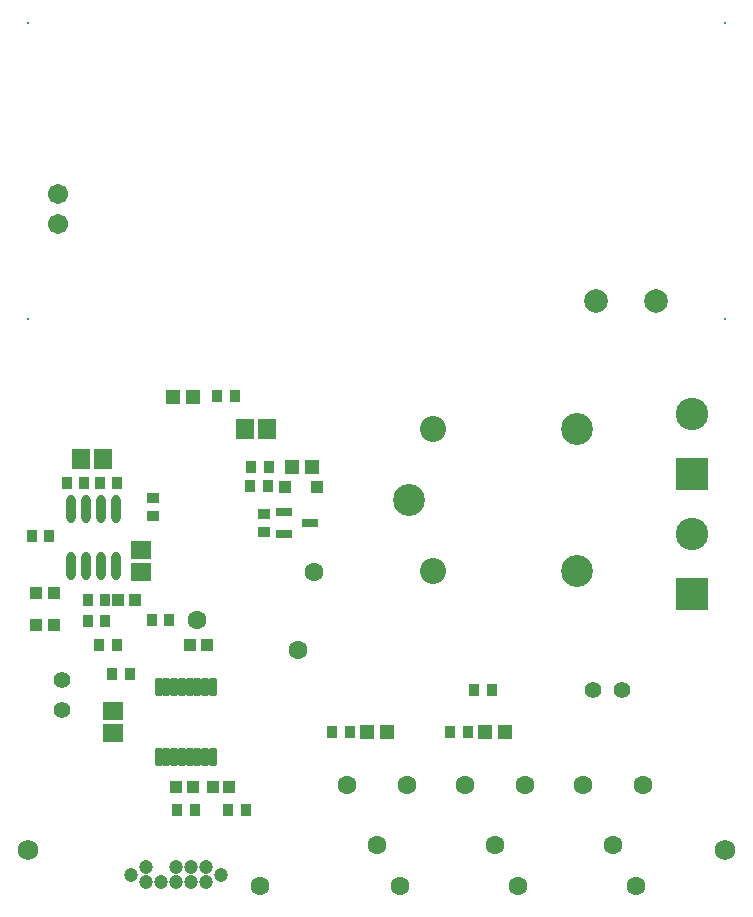
<source format=gts>
G04*
G04 #@! TF.GenerationSoftware,Altium Limited,Altium Designer,21.6.1 (37)*
G04*
G04 Layer_Color=8388736*
%FSLAX25Y25*%
%MOIN*%
G70*
G04*
G04 #@! TF.SameCoordinates,2088F3C0-FEE1-402F-84BC-96CE3F90A9C5*
G04*
G04*
G04 #@! TF.FilePolarity,Negative*
G04*
G01*
G75*
%ADD21R,0.03556X0.04343*%
%ADD22R,0.05131X0.04737*%
%ADD23R,0.05918X0.06706*%
%ADD24R,0.03950X0.04343*%
G04:AMPARAMS|DCode=25|XSize=25.72mil|YSize=63.12mil|CornerRadius=5.95mil|HoleSize=0mil|Usage=FLASHONLY|Rotation=180.000|XOffset=0mil|YOffset=0mil|HoleType=Round|Shape=RoundedRectangle|*
%AMROUNDEDRECTD25*
21,1,0.02572,0.05122,0,0,180.0*
21,1,0.01382,0.06312,0,0,180.0*
1,1,0.01190,-0.00691,0.02561*
1,1,0.01190,0.00691,0.02561*
1,1,0.01190,0.00691,-0.02561*
1,1,0.01190,-0.00691,-0.02561*
%
%ADD25ROUNDEDRECTD25*%
%ADD26O,0.03162X0.09461*%
%ADD27R,0.04343X0.04343*%
%ADD28R,0.06706X0.05918*%
%ADD29R,0.04343X0.03556*%
%ADD30C,0.04737*%
%ADD31R,0.04343X0.04343*%
%ADD32R,0.05328X0.03162*%
%ADD33C,0.07887*%
%ADD34C,0.06706*%
%ADD35C,0.01194*%
%ADD36C,0.05524*%
%ADD37C,0.06800*%
%ADD38C,0.06312*%
%ADD39C,0.10642*%
%ADD40C,0.08674*%
%ADD41C,0.10800*%
%ADD42R,0.10800X0.10800*%
D21*
X38453Y-84500D02*
D03*
X32547D02*
D03*
X-36020Y-9881D02*
D03*
X-41925D02*
D03*
X-66476Y-124421D02*
D03*
X-60571D02*
D03*
X-49564D02*
D03*
X-43658D02*
D03*
X-114953Y-33000D02*
D03*
X-109047D02*
D03*
X-96331Y-61316D02*
D03*
X-90426D02*
D03*
X-96331Y-54316D02*
D03*
X-90426D02*
D03*
X-103331Y-15316D02*
D03*
X-97426D02*
D03*
X-86426D02*
D03*
X-92331D02*
D03*
X-8858Y-98480D02*
D03*
X-14764D02*
D03*
X24606Y-98425D02*
D03*
X30512D02*
D03*
X-82162Y-79012D02*
D03*
X-88068D02*
D03*
X-69042Y-60980D02*
D03*
X-74948D02*
D03*
X-36342Y-16480D02*
D03*
X-42248D02*
D03*
X-86517Y-69316D02*
D03*
X-92423D02*
D03*
X-53077Y13546D02*
D03*
X-47172D02*
D03*
D22*
X-21626Y-9881D02*
D03*
X-28319D02*
D03*
X3347Y-98425D02*
D03*
X-3347D02*
D03*
X42717D02*
D03*
X36024D02*
D03*
X-67761Y13251D02*
D03*
X-61068D02*
D03*
D23*
X-36484Y2520D02*
D03*
X-43964D02*
D03*
X-91166Y-7438D02*
D03*
X-98646D02*
D03*
D24*
X-62049Y-69316D02*
D03*
X-56537D02*
D03*
X-61263Y-116630D02*
D03*
X-66775D02*
D03*
X-49039Y-116630D02*
D03*
X-54551D02*
D03*
X-80623Y-54316D02*
D03*
X-86134D02*
D03*
D25*
X-72587Y-106642D02*
D03*
X-70028D02*
D03*
X-67469D02*
D03*
X-64909D02*
D03*
X-57232D02*
D03*
X-54673D02*
D03*
X-72587Y-83413D02*
D03*
X-70028D02*
D03*
X-64909D02*
D03*
X-62350D02*
D03*
X-59791D02*
D03*
X-57232D02*
D03*
X-54673D02*
D03*
X-59791Y-106642D02*
D03*
X-62350D02*
D03*
X-67469Y-83413D02*
D03*
D26*
X-102009Y-43052D02*
D03*
X-97009D02*
D03*
X-92009D02*
D03*
X-87009D02*
D03*
X-102009Y-24154D02*
D03*
X-97009D02*
D03*
X-87009D02*
D03*
X-92009D02*
D03*
D27*
X-113394Y-52011D02*
D03*
Y-62641D02*
D03*
X-107363Y-62620D02*
D03*
Y-51990D02*
D03*
D28*
X-78379Y-37576D02*
D03*
Y-45056D02*
D03*
X-88000Y-98740D02*
D03*
Y-91260D02*
D03*
D29*
X-74650Y-20363D02*
D03*
Y-26268D02*
D03*
X-37583Y-25737D02*
D03*
Y-31643D02*
D03*
D30*
X-56795Y-148480D02*
D03*
X-61795D02*
D03*
X-66795D02*
D03*
X-71795D02*
D03*
X-76795D02*
D03*
X-66795Y-143480D02*
D03*
X-61795D02*
D03*
X-56795D02*
D03*
X-76795D02*
D03*
X-81795Y-145980D02*
D03*
X-51795D02*
D03*
D31*
X-30550Y-16678D02*
D03*
X-19920D02*
D03*
D32*
X-22154Y-28690D02*
D03*
X-31012Y-32430D02*
D03*
Y-24950D02*
D03*
D33*
X93000Y45276D02*
D03*
X73000D02*
D03*
D34*
X-106299Y80866D02*
D03*
Y70866D02*
D03*
D35*
X-116142Y137795D02*
D03*
Y39370D02*
D03*
X116142Y137795D02*
D03*
Y39370D02*
D03*
D36*
X81921Y-84500D02*
D03*
X72079D02*
D03*
X-105000Y-90921D02*
D03*
Y-81079D02*
D03*
D37*
X-116142Y-137795D02*
D03*
X116142D02*
D03*
D38*
X78740Y-135984D02*
D03*
X88740Y-115984D02*
D03*
X68740D02*
D03*
X-10000D02*
D03*
X10000D02*
D03*
X0Y-135984D02*
D03*
X39370D02*
D03*
X49370Y-115984D02*
D03*
X29370D02*
D03*
X7874Y-149606D02*
D03*
X47244D02*
D03*
X-60000Y-61000D02*
D03*
X-21000Y-45000D02*
D03*
X-38691Y-149606D02*
D03*
X-26264Y-71075D02*
D03*
X86614Y-149606D02*
D03*
D39*
X66791Y2646D02*
D03*
Y-44598D02*
D03*
X10886Y-20976D02*
D03*
D40*
X18760Y-44598D02*
D03*
Y2646D02*
D03*
D41*
X105205Y-32480D02*
D03*
Y7520D02*
D03*
D42*
Y-52480D02*
D03*
Y-12480D02*
D03*
M02*

</source>
